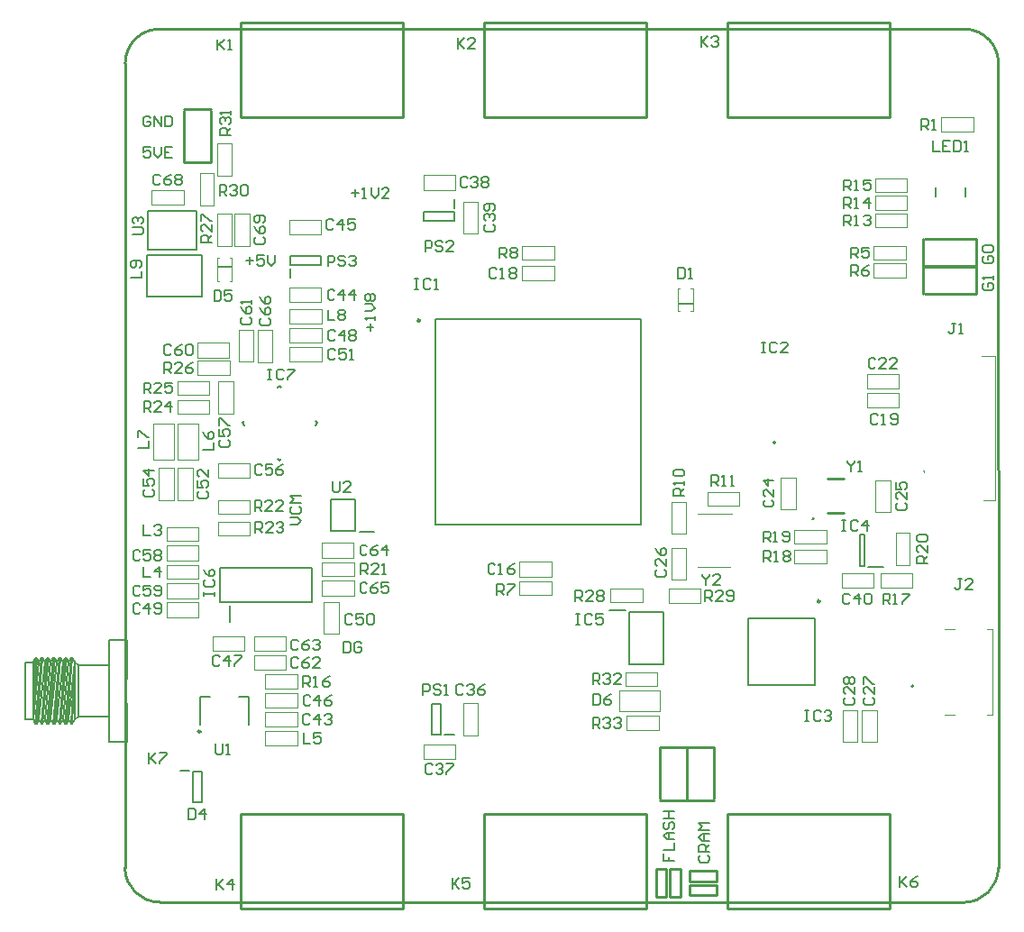
<source format=gto>
G04*
G04 #@! TF.GenerationSoftware,Altium Limited,Altium Designer,20.2.5 (213)*
G04*
G04 Layer_Color=65535*
%FSLAX42Y42*%
%MOMM*%
G71*
G04*
G04 #@! TF.SameCoordinates,314019C8-8427-4676-9664-B8FEBD72C539*
G04*
G04*
G04 #@! TF.FilePolarity,Positive*
G04*
G01*
G75*
%ADD10C,0.25*%
%ADD11C,0.20*%
%ADD12C,0.02*%
%ADD13C,0.25*%
%ADD14C,0.10*%
%ADD15C,0.12*%
%ADD16C,0.15*%
%ADD17C,0.15*%
%ADD18C,0.18*%
%ADD19C,0.16*%
D10*
X5367Y8062D02*
G03*
X5367Y8062I-12J0D01*
G01*
X9125Y5426D02*
G03*
X9125Y5426I-12J0D01*
G01*
X3308Y4201D02*
G03*
X3308Y4201I-12J0D01*
G01*
D11*
X8707Y6915D02*
G03*
X8707Y6915I-10J0D01*
G01*
X10105Y6639D02*
G03*
X10105Y6649I0J5D01*
G01*
D02*
G03*
X10105Y6639I0J-5D01*
G01*
D02*
G03*
X10105Y6649I0J5D01*
G01*
X10004Y4629D02*
G03*
X9983Y4629I-10J0D01*
G01*
D02*
G03*
X10004Y4629I10J0D01*
G01*
X5512Y6147D02*
Y8077D01*
Y6147D02*
X7442D01*
Y8077D01*
X5512D02*
X7442D01*
X9078Y4638D02*
Y5268D01*
X8448Y4638D02*
X9078D01*
X8448D02*
Y5268D01*
X9078D01*
X9505Y5760D02*
X9545D01*
X9505D02*
Y6051D01*
X9545D01*
Y5760D02*
Y6051D01*
X9580Y5746D02*
X9720D01*
X7333Y5325D02*
X7653D01*
Y4835D02*
Y5325D01*
X7333Y4835D02*
X7653D01*
X7333D02*
Y5325D01*
X7146Y5338D02*
X7298D01*
X2451Y4109D02*
Y5061D01*
X2616Y4698D02*
Y5061D01*
X2126Y4851D02*
X2164Y4829D01*
X2105Y4894D02*
X2126Y4856D01*
X2091Y4894D02*
X2105D01*
X2070Y4856D02*
X2091Y4894D01*
X2049D02*
X2070Y4856D01*
X2035Y4894D02*
X2049D01*
X2014Y4856D02*
X2035Y4894D01*
X1993D02*
X2014Y4856D01*
X1979Y4894D02*
X1993D01*
X1958Y4856D02*
X1979Y4894D01*
X1937D02*
X1958Y4856D01*
X1923Y4894D02*
X1937D01*
X1902Y4856D02*
X1923Y4894D01*
X1881D02*
X1902Y4856D01*
X1867Y4894D02*
X1881D01*
X1846Y4856D02*
X1867Y4894D01*
X1825D02*
X1846Y4856D01*
X1811Y4894D02*
X1825D01*
X1790Y4856D02*
X1811Y4894D01*
X1769D02*
X1790Y4856D01*
X1755Y4894D02*
X1769D01*
X1734Y4856D02*
X1755Y4894D01*
X1734Y4318D02*
Y4856D01*
Y4318D02*
X1755Y4275D01*
X1769D01*
X1790Y4313D01*
X1811Y4275D01*
X1825D01*
X1846Y4313D01*
X1867Y4275D01*
X1881D01*
X1902Y4313D01*
X1923Y4275D01*
X1937D01*
X1958Y4313D01*
X1979Y4275D01*
X1993D01*
X2014Y4313D01*
X2035Y4275D01*
X2049D01*
X2070Y4313D01*
X2091Y4275D01*
X2105D01*
X2126Y4313D01*
Y4856D01*
Y4318D02*
X2164Y4339D01*
Y4339D02*
Y4829D01*
X2451D01*
X1663Y4851D02*
X1734D01*
X1663Y4318D02*
Y4851D01*
Y4318D02*
X1734D01*
X2164Y4339D02*
X2451D01*
X2049Y4275D02*
X2105Y4894D01*
X2035Y4275D02*
X2091Y4894D01*
X2014Y4313D02*
X2070Y4856D01*
Y4313D02*
X2126Y4856D01*
X2105Y4275D02*
X2126Y4851D01*
X2091Y4275D02*
X2126Y4856D01*
X1993Y4275D02*
X2049Y4894D01*
X1979Y4275D02*
X2035Y4894D01*
X1958Y4313D02*
X2014Y4856D01*
X1937Y4275D02*
X1993Y4894D01*
X1923Y4275D02*
X1979Y4894D01*
X1902Y4313D02*
X1958Y4856D01*
X1881Y4275D02*
X1937Y4894D01*
X1867Y4275D02*
X1923Y4894D01*
X1846Y4313D02*
X1902Y4856D01*
X1825Y4275D02*
X1881Y4894D01*
X1811Y4275D02*
X1867Y4894D01*
X1790Y4313D02*
X1846Y4856D01*
X1769Y4275D02*
X1825Y4894D01*
X1755Y4275D02*
X1811Y4894D01*
X1734Y4318D02*
X1790Y4856D01*
X1734Y4318D02*
X1769Y4894D01*
X1734Y4318D02*
X1755Y4894D01*
X2451Y5061D02*
X2616D01*
X2451Y4109D02*
X2616D01*
Y4471D01*
X10490Y9226D02*
Y9316D01*
X10211Y9226D02*
Y9316D01*
X5602Y4174D02*
X5687D01*
X5567Y4173D02*
Y4463D01*
X5482D02*
X5567D01*
X5482Y4173D02*
Y4463D01*
Y4173D02*
X5567D01*
X5694Y9120D02*
Y9205D01*
X5405Y9085D02*
X5695D01*
X5405Y9000D02*
Y9085D01*
Y9000D02*
X5695D01*
Y9085D01*
X4147Y8586D02*
Y8671D01*
X4438D01*
Y8586D02*
Y8671D01*
X4147Y8586D02*
X4438D01*
X4149Y8467D02*
Y8551D01*
X3114Y3833D02*
X3199D01*
X3234Y3538D02*
Y3828D01*
Y3538D02*
X3319D01*
Y3828D01*
X3234D02*
X3319D01*
X3579Y5228D02*
Y5380D01*
X3492Y5415D02*
X4357D01*
Y5736D01*
X3492D02*
X4357D01*
X3492Y5415D02*
Y5736D01*
X3666Y4526D02*
X3761D01*
Y4266D02*
Y4526D01*
X3301D02*
X3396D01*
X3301Y4266D02*
Y4526D01*
X4798Y6081D02*
X4938D01*
X4763Y6086D02*
Y6386D01*
X4533D02*
X4763D01*
X4533Y6086D02*
Y6386D01*
Y6086D02*
X4763D01*
D12*
X10269Y9007D02*
G03*
X10269Y9006I0J-1D01*
G01*
D02*
G03*
X10269Y9007I0J1D01*
G01*
D13*
X9063Y6203D02*
G03*
X9063Y6203I-6J0D01*
G01*
X10592Y8572D02*
Y8826D01*
X10096Y8572D02*
Y8826D01*
X10109Y8572D02*
X10592D01*
X10109Y8826D02*
X10592D01*
Y8313D02*
Y8567D01*
X10096Y8313D02*
Y8567D01*
X10109Y8313D02*
X10592D01*
X10109Y8567D02*
X10592D01*
X7620Y4051D02*
X7874D01*
X7620Y3556D02*
X7874D01*
Y3569D02*
Y4051D01*
X7620Y3569D02*
Y4051D01*
X7874D02*
X8128D01*
X7874Y3556D02*
X8128D01*
Y3569D02*
Y4051D01*
X7874Y3569D02*
Y4051D01*
X9196Y6253D02*
X9346D01*
X9196Y6574D02*
X9346D01*
X5207Y2540D02*
Y3429D01*
X3683D02*
X5207D01*
X3683Y2540D02*
Y3429D01*
Y2540D02*
X5207D01*
X5969D02*
X7493D01*
X5969D02*
Y3429D01*
X7493D01*
Y2540D02*
Y3429D01*
X8255Y2540D02*
X9779D01*
X8255D02*
Y3429D01*
X9779D01*
Y2540D02*
Y3429D01*
X3683Y10858D02*
X5207D01*
Y9969D02*
Y10858D01*
X3683Y9969D02*
X5207D01*
X3683D02*
Y10858D01*
X5969D02*
X7493D01*
Y9969D02*
Y10858D01*
X5969Y9969D02*
X7493D01*
X5969D02*
Y10858D01*
X8255D02*
X9779D01*
Y9969D02*
Y10858D01*
X8255Y9969D02*
X9779D01*
X8255D02*
Y10858D01*
X3150Y9550D02*
X3404D01*
X3150Y10046D02*
X3404D01*
X3150Y9550D02*
Y10033D01*
X3404Y9550D02*
Y10033D01*
X7587Y2681D02*
Y2910D01*
X7683D01*
Y2653D02*
Y2910D01*
X7587Y2653D02*
X7683D01*
X7587D02*
Y2681D01*
X7717Y2653D02*
Y2681D01*
Y2653D02*
X7813D01*
Y2910D01*
X7717D02*
X7813D01*
X7717Y2681D02*
Y2910D01*
X7926Y2761D02*
X8157D01*
Y2667D02*
Y2761D01*
X8155Y2664D02*
X8157Y2667D01*
X7898Y2664D02*
X8155D01*
X7898D02*
Y2761D01*
X7926D01*
X7898Y2891D02*
X7926D01*
X7898Y2794D02*
Y2891D01*
Y2794D02*
X8155D01*
X8157Y2797D01*
Y2891D01*
X7926D02*
X8157D01*
X10799Y10444D02*
G03*
X10483Y10801I-316J38D01*
G01*
X10480Y2597D02*
G03*
X10801Y2921I-3J324D01*
G01*
X2597Y2921D02*
G03*
X2921Y2600I324J3D01*
G01*
X2962Y10799D02*
G03*
X2600Y10478I-39J-321D01*
G01*
X2962Y10799D02*
X2962Y10799D01*
X2598Y2921D02*
X2600Y10478D01*
X2921Y2600D02*
X10480Y2597D01*
X2911Y10800D02*
X10483Y10801D01*
X10800Y10444D02*
X10801Y2921D01*
D14*
X7299Y4631D02*
Y4761D01*
Y4631D02*
X7599D01*
Y4761D01*
X7299D02*
X7599D01*
X7310Y4217D02*
Y4347D01*
Y4217D02*
X7610D01*
Y4347D01*
X7310D02*
X7610D01*
X6302Y5658D02*
Y5798D01*
X6602D01*
X6302Y5658D02*
X6602D01*
Y5658D02*
Y5798D01*
X6327Y8439D02*
Y8579D01*
X6627D01*
X6327Y8439D02*
X6627D01*
Y8439D02*
Y8579D01*
X9567Y7245D02*
Y7385D01*
X9867D01*
X9567Y7245D02*
X9867D01*
Y7245D02*
Y7385D01*
X9567Y7423D02*
Y7563D01*
X9867D01*
X9567Y7423D02*
X9867D01*
Y7423D02*
Y7563D01*
X8756Y6288D02*
X8896D01*
X8756D02*
Y6588D01*
X8896Y6288D02*
Y6588D01*
X8756D02*
X8896D01*
X9646Y6263D02*
X9786D01*
X9646D02*
Y6564D01*
X9786Y6263D02*
Y6564D01*
X9646D02*
X9786D01*
X7728Y5628D02*
X7868D01*
X7728D02*
Y5928D01*
X7868Y5628D02*
Y5928D01*
X7728D02*
X7868D01*
X9518Y4104D02*
X9658D01*
X9518D02*
Y4404D01*
X9658Y4104D02*
Y4404D01*
X9518D02*
X9658D01*
X9338Y4104D02*
X9478D01*
X9338D02*
Y4404D01*
X9478Y4104D02*
Y4404D01*
X9338D02*
X9478D01*
X5772Y4168D02*
X5912D01*
X5772D02*
Y4468D01*
X5912Y4168D02*
Y4468D01*
X5772D02*
X5912D01*
X5701Y3943D02*
Y4083D01*
X5401Y3943D02*
X5701D01*
X5401Y4083D02*
X5701D01*
X5401Y3943D02*
Y4083D01*
X5701Y9290D02*
Y9430D01*
X5401Y9290D02*
X5701D01*
X5401Y9430D02*
X5701D01*
X5401Y9290D02*
Y9430D01*
X5772Y8880D02*
X5912D01*
X5772D02*
Y9180D01*
X5912Y8880D02*
Y9180D01*
X5772D02*
X5912D01*
X9632Y5551D02*
Y5691D01*
X9332Y5551D02*
X9632D01*
X9332Y5691D02*
X9632D01*
X9332Y5551D02*
Y5691D01*
X4442Y8235D02*
Y8375D01*
X4142Y8235D02*
X4442D01*
X4142Y8375D02*
X4442D01*
X4142Y8235D02*
Y8375D01*
Y8869D02*
Y9010D01*
Y9010D02*
X4442D01*
X4142Y8869D02*
X4442D01*
Y9010D01*
X10640Y7726D02*
X10772D01*
Y6371D02*
Y7726D01*
X10665Y6371D02*
X10772D01*
X10293Y4360D02*
X10393D01*
X10293Y5160D02*
X10393D01*
X10693Y4360D02*
X10743D01*
Y5160D01*
X10693D02*
X10743D01*
X7981Y5744D02*
X8281D01*
X7981Y6244D02*
X8301D01*
X10264Y9841D02*
X10564D01*
X10264D02*
Y9971D01*
X10564D01*
Y9841D02*
Y9971D01*
X9629Y8764D02*
X9929D01*
Y8635D02*
Y8764D01*
X9629Y8635D02*
X9929D01*
X9629D02*
Y8764D01*
Y8599D02*
X9929D01*
Y8469D02*
Y8599D01*
X9629Y8469D02*
X9929D01*
X9629D02*
Y8599D01*
X6302Y5615D02*
X6602D01*
Y5485D02*
Y5615D01*
X6302Y5485D02*
X6602D01*
X6302D02*
Y5615D01*
X6327Y8764D02*
X6627D01*
Y8635D02*
Y8764D01*
X6327Y8635D02*
X6627D01*
X6327D02*
Y8764D01*
X7733Y6060D02*
Y6360D01*
X7863D01*
Y6060D02*
Y6360D01*
X7733Y6060D02*
X7863D01*
X8067Y6453D02*
X8367D01*
Y6323D02*
Y6453D01*
X8067Y6323D02*
X8367D01*
X8067D02*
Y6453D01*
X9642Y9069D02*
X9942D01*
Y8939D02*
Y9069D01*
X9642Y8939D02*
X9942D01*
X9642D02*
Y9069D01*
X3914Y4248D02*
Y4388D01*
X4214D01*
X3914Y4248D02*
X4214D01*
Y4248D02*
Y4388D01*
X3914Y4426D02*
Y4566D01*
X4214D01*
X3914Y4426D02*
X4214D01*
Y4426D02*
Y4566D01*
X3719Y4959D02*
Y5099D01*
X3419Y4959D02*
X3719D01*
X3419Y5099D02*
X3719D01*
X3419Y4959D02*
Y5099D01*
X4444Y7855D02*
Y7995D01*
X4144Y7855D02*
X4444D01*
X4144Y7995D02*
X4444D01*
X4144Y7855D02*
Y7995D01*
X3287Y5277D02*
Y5417D01*
X2987Y5277D02*
X3287D01*
X2987Y5417D02*
X3287D01*
X2987Y5277D02*
Y5417D01*
X4464Y5121D02*
X4604D01*
X4464D02*
Y5421D01*
X4604Y5121D02*
Y5421D01*
X4464D02*
X4604D01*
X4444Y7677D02*
Y7817D01*
X4144Y7677D02*
X4444D01*
X4144Y7817D02*
X4444D01*
X4144Y7677D02*
Y7817D01*
X9642Y9104D02*
X9942D01*
X9642D02*
Y9234D01*
X9942D01*
Y9104D02*
Y9234D01*
X9642Y9269D02*
X9942D01*
X9642D02*
Y9400D01*
X9942D01*
Y9269D02*
Y9400D01*
X9993Y5555D02*
Y5685D01*
X9693D02*
X9993D01*
X9693Y5555D02*
Y5685D01*
Y5555D02*
X9993D01*
X9187Y5782D02*
Y5912D01*
X8887D02*
X9187D01*
X8887Y5782D02*
Y5912D01*
Y5782D02*
X9187D01*
X9185Y5967D02*
Y6097D01*
X8885D02*
X9185D01*
X8885Y5967D02*
Y6097D01*
Y5967D02*
X9185D01*
X9836Y6066D02*
X9966D01*
X9836Y5766D02*
Y6066D01*
Y5766D02*
X9966D01*
Y6066D01*
X7158Y5546D02*
X7458D01*
Y5416D02*
Y5546D01*
X7158Y5416D02*
X7458D01*
X7158D02*
Y5546D01*
X7706Y5411D02*
X8006D01*
X7706D02*
Y5541D01*
X8006D01*
Y5411D02*
Y5541D01*
X3092Y6378D02*
X3232D01*
X3092D02*
Y6678D01*
X3232Y6378D02*
Y6678D01*
X3092D02*
X3232D01*
X2915Y6378D02*
X3055D01*
X2915D02*
Y6678D01*
X3055Y6378D02*
Y6678D01*
X2915D02*
X3055D01*
X3471Y6585D02*
Y6725D01*
X3771D01*
X3471Y6585D02*
X3771D01*
Y6585D02*
Y6725D01*
X3473Y7489D02*
X3613D01*
Y7189D02*
Y7489D01*
X3473Y7189D02*
Y7489D01*
X3473Y7189D02*
X3613D01*
X3287Y5810D02*
Y5950D01*
X2987Y5810D02*
X3287D01*
X2987Y5950D02*
X3287D01*
X2987Y5810D02*
Y5950D01*
X3287Y5454D02*
Y5594D01*
X2987Y5454D02*
X3287D01*
X2987Y5594D02*
X3287D01*
X2987Y5454D02*
Y5594D01*
X3578Y7715D02*
Y7855D01*
X3278Y7715D02*
X3578D01*
X3278Y7855D02*
X3578D01*
X3278Y7715D02*
Y7855D01*
X3664Y7675D02*
X3804D01*
X3664D02*
Y7975D01*
X3804Y7675D02*
Y7975D01*
X3664D02*
X3804D01*
X3812Y4781D02*
Y4921D01*
X4112D01*
X3812Y4781D02*
X4112D01*
Y4781D02*
Y4921D01*
X3812Y4959D02*
Y5099D01*
X4112D01*
X3812Y4959D02*
X4112D01*
Y4959D02*
Y5099D01*
X3596Y8765D02*
Y9065D01*
X3466Y8765D02*
X3596D01*
X3466D02*
Y9065D01*
X3596D01*
X3431Y9146D02*
Y9446D01*
X3301Y9146D02*
X3431D01*
X3301D02*
Y9446D01*
X3431D01*
X3596Y9426D02*
Y9726D01*
X3466Y9426D02*
X3596D01*
X3466D02*
Y9726D01*
X3596D01*
X4446Y5836D02*
Y5976D01*
X4746D01*
X4446Y5836D02*
X4746D01*
Y5836D02*
Y5976D01*
X4449Y5480D02*
Y5620D01*
X4749D01*
X4449Y5480D02*
X4749D01*
Y5480D02*
Y5620D01*
X3842Y7672D02*
X3982D01*
X3842D02*
Y7972D01*
X3982Y7672D02*
Y7972D01*
X3842D02*
X3982D01*
X2847Y9150D02*
Y9290D01*
X3147D01*
X2847Y9150D02*
X3147D01*
Y9150D02*
Y9290D01*
X3626Y8765D02*
X3766D01*
X3626D02*
Y9065D01*
X3766Y8765D02*
Y9065D01*
X3626D02*
X3766D01*
X2987Y5993D02*
X3287D01*
X2987D02*
Y6123D01*
X3287D01*
Y5993D02*
Y6123D01*
X2987Y5767D02*
X3287D01*
Y5637D02*
Y5767D01*
X2987Y5637D02*
X3287D01*
X2987D02*
Y5767D01*
X3914Y4205D02*
X4214D01*
Y4075D02*
Y4205D01*
X3914Y4075D02*
X4214D01*
X3914D02*
Y4205D01*
X4143Y8168D02*
X4443D01*
Y8038D02*
Y8168D01*
X4143Y8038D02*
X4443D01*
X4143D02*
Y8168D01*
X3914Y4609D02*
X4214D01*
X3914D02*
Y4739D01*
X4214D01*
Y4609D02*
Y4739D01*
X4449Y5793D02*
X4749D01*
Y5663D02*
Y5793D01*
X4449Y5663D02*
X4749D01*
X4449D02*
Y5793D01*
X3471Y6247D02*
X3771D01*
X3471D02*
Y6377D01*
X3771D01*
Y6247D02*
Y6377D01*
X3471Y6044D02*
X3771D01*
X3471D02*
Y6174D01*
X3771D01*
Y6044D02*
Y6174D01*
X3090Y7317D02*
X3390D01*
Y7187D02*
Y7317D01*
X3090Y7187D02*
X3390D01*
X3090D02*
Y7317D01*
X3089Y7494D02*
X3388D01*
Y7364D02*
Y7494D01*
X3089Y7364D02*
X3388D01*
X3089D02*
Y7494D01*
X3280Y7555D02*
X3580D01*
X3280D02*
Y7685D01*
X3580D01*
Y7555D02*
Y7685D01*
D15*
X7620Y4394D02*
Y4587D01*
X7239Y4394D02*
Y4587D01*
Y4394D02*
X7620D01*
X7239Y4587D02*
X7620D01*
X7791Y8367D02*
X7811D01*
X7911Y8149D02*
X7931D01*
X7794Y8219D02*
X7931D01*
X7791Y8229D02*
X7929D01*
X7791Y8149D02*
X7811D01*
X7791D02*
Y8367D01*
X7911D02*
X7931D01*
X7931Y8152D02*
X7931Y8367D01*
X2864Y6753D02*
Y7093D01*
X3054D01*
Y6753D02*
Y7093D01*
X2864Y6753D02*
X3054D01*
X3581Y8431D02*
X3601D01*
X3461Y8649D02*
X3481D01*
X3461Y8579D02*
X3598D01*
X3463Y8569D02*
X3601D01*
X3581Y8649D02*
X3601D01*
Y8431D02*
Y8649D01*
X3461Y8431D02*
X3481D01*
X3461D02*
X3461Y8646D01*
X3093Y6753D02*
Y7093D01*
X3283D01*
Y6753D02*
Y7093D01*
X3093Y6753D02*
X3283D01*
D16*
X2800Y8674D02*
X3320D01*
Y8291D02*
Y8674D01*
X2800Y8291D02*
X3320D01*
X2800D02*
Y8674D01*
D17*
X3699Y7099D02*
X3717Y7081D01*
X4033Y7433D02*
X4051Y7451D01*
X4385Y7117D02*
X4403Y7099D01*
X4051Y6747D02*
X4069Y6765D01*
X3699Y7099D02*
X3717Y7117D01*
X4033Y6765D02*
X4051Y6747D01*
X4385Y7081D02*
X4403Y7099D01*
X4051Y7451D02*
X4069Y7433D01*
D18*
X2815Y8730D02*
Y9088D01*
X3272D01*
Y8734D02*
Y9088D01*
X3268Y8730D02*
X3272Y8734D01*
X2815Y8730D02*
X3268D01*
D19*
X2838Y9967D02*
X2822Y9984D01*
X2789D01*
X2772Y9967D01*
Y9901D01*
X2789Y9884D01*
X2822D01*
X2838Y9901D01*
Y9934D01*
X2805D01*
X2872Y9884D02*
Y9984D01*
X2938Y9884D01*
Y9984D01*
X2971D02*
Y9884D01*
X3021D01*
X3038Y9901D01*
Y9967D01*
X3021Y9984D01*
X2971D01*
X2838Y9692D02*
X2772D01*
Y9642D01*
X2805Y9658D01*
X2822D01*
X2838Y9642D01*
Y9608D01*
X2822Y9592D01*
X2789D01*
X2772Y9608D01*
X2872Y9692D02*
Y9625D01*
X2905Y9592D01*
X2938Y9625D01*
Y9692D01*
X3038D02*
X2971D01*
Y9592D01*
X3038D01*
X2971Y9642D02*
X3005D01*
X3737Y8626D02*
X3804D01*
X3770Y8659D02*
Y8592D01*
X3903Y8676D02*
X3837D01*
Y8626D01*
X3870Y8642D01*
X3887D01*
X3903Y8626D01*
Y8592D01*
X3887Y8576D01*
X3854D01*
X3837Y8592D01*
X3937Y8676D02*
Y8609D01*
X3970Y8576D01*
X4003Y8609D01*
Y8676D01*
X4652Y5043D02*
Y4944D01*
X4701D01*
X4718Y4960D01*
Y5027D01*
X4701Y5043D01*
X4652D01*
X4818Y5027D02*
X4801Y5043D01*
X4768D01*
X4751Y5027D01*
Y4960D01*
X4768Y4944D01*
X4801D01*
X4818Y4960D01*
Y4993D01*
X4785D01*
X4151Y6150D02*
X4218D01*
X4251Y6183D01*
X4218Y6217D01*
X4151D01*
X4168Y6316D02*
X4151Y6300D01*
Y6267D01*
X4168Y6250D01*
X4235D01*
X4251Y6267D01*
Y6300D01*
X4235Y6316D01*
X4251Y6350D02*
X4151D01*
X4185Y6383D01*
X4151Y6416D01*
X4251D01*
X4900Y7966D02*
Y8033D01*
X4867Y7999D02*
X4933D01*
X4950Y8066D02*
Y8099D01*
Y8083D01*
X4850D01*
X4867Y8066D01*
X4850Y8149D02*
X4916D01*
X4950Y8182D01*
X4916Y8216D01*
X4850D01*
X4867Y8249D02*
X4850Y8266D01*
Y8299D01*
X4867Y8315D01*
X4883D01*
X4900Y8299D01*
X4916Y8315D01*
X4933D01*
X4950Y8299D01*
Y8266D01*
X4933Y8249D01*
X4916D01*
X4900Y8266D01*
X4883Y8249D01*
X4867D01*
X4900Y8266D02*
Y8299D01*
X4728Y9261D02*
X4794D01*
X4761Y9294D02*
Y9227D01*
X4827Y9211D02*
X4861D01*
X4844D01*
Y9311D01*
X4827Y9294D01*
X4911Y9311D02*
Y9244D01*
X4944Y9211D01*
X4977Y9244D01*
Y9311D01*
X5077Y9211D02*
X5010D01*
X5077Y9277D01*
Y9294D01*
X5060Y9311D01*
X5027D01*
X5010Y9294D01*
X10670Y8670D02*
X10654Y8654D01*
Y8620D01*
X10670Y8604D01*
X10737D01*
X10754Y8620D01*
Y8654D01*
X10737Y8670D01*
X10704D01*
Y8637D01*
X10670Y8704D02*
X10654Y8720D01*
Y8753D01*
X10670Y8770D01*
X10737D01*
X10754Y8753D01*
Y8720D01*
X10737Y8704D01*
X10670D01*
X10673Y8416D02*
X10656Y8400D01*
Y8366D01*
X10673Y8350D01*
X10740D01*
X10756Y8366D01*
Y8400D01*
X10740Y8416D01*
X10706D01*
Y8383D01*
X10756Y8450D02*
Y8483D01*
Y8466D01*
X10656D01*
X10673Y8450D01*
X7657Y3054D02*
Y2988D01*
X7707D01*
Y3021D01*
Y2988D01*
X7756D01*
X7657Y3088D02*
X7756D01*
Y3154D01*
Y3187D02*
X7690D01*
X7657Y3221D01*
X7690Y3254D01*
X7756D01*
X7707D01*
Y3187D01*
X7673Y3354D02*
X7657Y3337D01*
Y3304D01*
X7673Y3287D01*
X7690D01*
X7707Y3304D01*
Y3337D01*
X7723Y3354D01*
X7740D01*
X7756Y3337D01*
Y3304D01*
X7740Y3287D01*
X7657Y3387D02*
X7756D01*
X7707D01*
Y3453D01*
X7657D01*
X7756D01*
X8003Y3042D02*
X7987Y3025D01*
Y2992D01*
X8003Y2975D01*
X8070D01*
X8087Y2992D01*
Y3025D01*
X8070Y3042D01*
X8087Y3075D02*
X7987D01*
Y3125D01*
X8003Y3141D01*
X8037D01*
X8053Y3125D01*
Y3075D01*
Y3108D02*
X8087Y3141D01*
Y3175D02*
X8020D01*
X7987Y3208D01*
X8020Y3241D01*
X8087D01*
X8037D01*
Y3175D01*
X8087Y3274D02*
X7987D01*
X8020Y3308D01*
X7987Y3341D01*
X8087D01*
X6992Y4235D02*
Y4335D01*
X7042D01*
X7058Y4318D01*
Y4285D01*
X7042Y4268D01*
X6992D01*
X7025D02*
X7058Y4235D01*
X7091Y4318D02*
X7108Y4335D01*
X7141D01*
X7158Y4318D01*
Y4302D01*
X7141Y4285D01*
X7125D01*
X7141D01*
X7158Y4268D01*
Y4252D01*
X7141Y4235D01*
X7108D01*
X7091Y4252D01*
X7191Y4318D02*
X7208Y4335D01*
X7241D01*
X7258Y4318D01*
Y4302D01*
X7241Y4285D01*
X7224D01*
X7241D01*
X7258Y4268D01*
Y4252D01*
X7241Y4235D01*
X7208D01*
X7191Y4252D01*
X6992Y4649D02*
Y4749D01*
X7042D01*
X7058Y4732D01*
Y4699D01*
X7042Y4682D01*
X6992D01*
X7025D02*
X7058Y4649D01*
X7091Y4732D02*
X7108Y4749D01*
X7141D01*
X7158Y4732D01*
Y4716D01*
X7141Y4699D01*
X7125D01*
X7141D01*
X7158Y4682D01*
Y4666D01*
X7141Y4649D01*
X7108D01*
X7091Y4666D01*
X7258Y4649D02*
X7191D01*
X7258Y4716D01*
Y4732D01*
X7241Y4749D01*
X7208D01*
X7191Y4732D01*
X6996Y4551D02*
Y4451D01*
X7046D01*
X7062Y4468D01*
Y4534D01*
X7046Y4551D01*
X6996D01*
X7162D02*
X7129Y4534D01*
X7096Y4501D01*
Y4468D01*
X7112Y4451D01*
X7146D01*
X7162Y4468D01*
Y4484D01*
X7146Y4501D01*
X7096D01*
X4552Y6552D02*
Y6469D01*
X4569Y6453D01*
X4602D01*
X4619Y6469D01*
Y6552D01*
X4719Y6453D02*
X4652D01*
X4719Y6519D01*
Y6536D01*
X4702Y6552D01*
X4669D01*
X4652Y6536D01*
X3451Y4088D02*
Y4005D01*
X3468Y3989D01*
X3501D01*
X3518Y4005D01*
Y4088D01*
X3551Y3989D02*
X3584D01*
X3568D01*
Y4088D01*
X3551Y4072D01*
X2966Y7570D02*
Y7670D01*
X3016D01*
X3032Y7653D01*
Y7620D01*
X3016Y7603D01*
X2966D01*
X2999D02*
X3032Y7570D01*
X3132D02*
X3066D01*
X3132Y7637D01*
Y7653D01*
X3115Y7670D01*
X3082D01*
X3066Y7653D01*
X3232Y7670D02*
X3199Y7653D01*
X3165Y7620D01*
Y7587D01*
X3182Y7570D01*
X3215D01*
X3232Y7587D01*
Y7603D01*
X3215Y7620D01*
X3165D01*
X2775Y7380D02*
Y7479D01*
X2825D01*
X2842Y7463D01*
Y7429D01*
X2825Y7413D01*
X2775D01*
X2809D02*
X2842Y7380D01*
X2942D02*
X2875D01*
X2942Y7446D01*
Y7463D01*
X2925Y7479D01*
X2892D01*
X2875Y7463D01*
X3041Y7479D02*
X2975D01*
Y7429D01*
X3008Y7446D01*
X3025D01*
X3041Y7429D01*
Y7396D01*
X3025Y7380D01*
X2991D01*
X2975Y7396D01*
X2775Y7202D02*
Y7302D01*
X2825D01*
X2842Y7285D01*
Y7252D01*
X2825Y7235D01*
X2775D01*
X2809D02*
X2842Y7202D01*
X2942D02*
X2875D01*
X2942Y7268D01*
Y7285D01*
X2925Y7302D01*
X2892D01*
X2875Y7285D01*
X3025Y7202D02*
Y7302D01*
X2975Y7252D01*
X3041D01*
X3819Y6072D02*
Y6171D01*
X3869D01*
X3886Y6155D01*
Y6121D01*
X3869Y6105D01*
X3819D01*
X3853D02*
X3886Y6072D01*
X3986D02*
X3919D01*
X3986Y6138D01*
Y6155D01*
X3969Y6171D01*
X3936D01*
X3919Y6155D01*
X4019D02*
X4036Y6171D01*
X4069D01*
X4086Y6155D01*
Y6138D01*
X4069Y6121D01*
X4052D01*
X4069D01*
X4086Y6105D01*
Y6088D01*
X4069Y6072D01*
X4036D01*
X4019Y6088D01*
X3817Y6275D02*
Y6374D01*
X3867D01*
X3883Y6358D01*
Y6325D01*
X3867Y6308D01*
X3817D01*
X3850D02*
X3883Y6275D01*
X3983D02*
X3916D01*
X3983Y6341D01*
Y6358D01*
X3966Y6374D01*
X3933D01*
X3916Y6358D01*
X4083Y6275D02*
X4016D01*
X4083Y6341D01*
Y6358D01*
X4066Y6374D01*
X4033D01*
X4016Y6358D01*
X4811Y5678D02*
Y5778D01*
X4861D01*
X4878Y5761D01*
Y5728D01*
X4861Y5711D01*
X4811D01*
X4844D02*
X4878Y5678D01*
X4977D02*
X4911D01*
X4977Y5744D01*
Y5761D01*
X4961Y5778D01*
X4928D01*
X4911Y5761D01*
X5011Y5678D02*
X5044D01*
X5027D01*
Y5778D01*
X5011Y5761D01*
X4269Y4624D02*
Y4723D01*
X4319D01*
X4336Y4707D01*
Y4674D01*
X4319Y4657D01*
X4269D01*
X4303D02*
X4336Y4624D01*
X4369D02*
X4403D01*
X4386D01*
Y4723D01*
X4369Y4707D01*
X4519Y4723D02*
X4486Y4707D01*
X4452Y4674D01*
Y4640D01*
X4469Y4624D01*
X4502D01*
X4519Y4640D01*
Y4657D01*
X4502Y4674D01*
X4452D01*
X4503Y8165D02*
Y8065D01*
X4569D01*
X4603Y8149D02*
X4619Y8165D01*
X4653D01*
X4669Y8149D01*
Y8132D01*
X4653Y8115D01*
X4669Y8099D01*
Y8082D01*
X4653Y8065D01*
X4619D01*
X4603Y8082D01*
Y8099D01*
X4619Y8115D01*
X4603Y8132D01*
Y8149D01*
X4619Y8115D02*
X4653D01*
X4273Y4190D02*
Y4090D01*
X4339D01*
X4439Y4190D02*
X4373D01*
Y4140D01*
X4406Y4157D01*
X4423D01*
X4439Y4140D01*
Y4107D01*
X4423Y4090D01*
X4389D01*
X4373Y4107D01*
X2774Y5752D02*
Y5652D01*
X2841D01*
X2924D02*
Y5752D01*
X2874Y5702D01*
X2941D01*
X2774Y6146D02*
Y6046D01*
X2841D01*
X2874Y6129D02*
X2891Y6146D01*
X2924D01*
X2941Y6129D01*
Y6113D01*
X2924Y6096D01*
X2907D01*
X2924D01*
X2941Y6079D01*
Y6063D01*
X2924Y6046D01*
X2891D01*
X2874Y6063D01*
X2668Y8870D02*
X2751D01*
X2768Y8887D01*
Y8920D01*
X2751Y8937D01*
X2668D01*
X2685Y8970D02*
X2668Y8987D01*
Y9020D01*
X2685Y9037D01*
X2701D01*
X2718Y9020D01*
Y9003D01*
Y9020D01*
X2734Y9037D01*
X2751D01*
X2768Y9020D01*
Y8987D01*
X2751Y8970D01*
X3593Y9802D02*
X3493D01*
Y9852D01*
X3510Y9869D01*
X3543D01*
X3560Y9852D01*
Y9802D01*
Y9836D02*
X3593Y9869D01*
X3510Y9902D02*
X3493Y9919D01*
Y9952D01*
X3510Y9969D01*
X3527D01*
X3543Y9952D01*
Y9935D01*
Y9952D01*
X3560Y9969D01*
X3577D01*
X3593Y9952D01*
Y9919D01*
X3577Y9902D01*
X3593Y10002D02*
Y10035D01*
Y10018D01*
X3493D01*
X3510Y10002D01*
X3486Y9234D02*
Y9334D01*
X3536D01*
X3553Y9317D01*
Y9284D01*
X3536Y9267D01*
X3486D01*
X3520D02*
X3553Y9234D01*
X3586Y9317D02*
X3603Y9334D01*
X3636D01*
X3653Y9317D01*
Y9300D01*
X3636Y9284D01*
X3619D01*
X3636D01*
X3653Y9267D01*
Y9250D01*
X3636Y9234D01*
X3603D01*
X3586Y9250D01*
X3686Y9317D02*
X3703Y9334D01*
X3736D01*
X3753Y9317D01*
Y9250D01*
X3736Y9234D01*
X3703D01*
X3686Y9250D01*
Y9317D01*
X3415Y8795D02*
X3316D01*
Y8845D01*
X3332Y8862D01*
X3365D01*
X3382Y8845D01*
Y8795D01*
Y8828D02*
X3415Y8862D01*
Y8961D02*
Y8895D01*
X3349Y8961D01*
X3332D01*
X3316Y8945D01*
Y8911D01*
X3332Y8895D01*
X3316Y8995D02*
Y9061D01*
X3332D01*
X3399Y8995D01*
X3415D01*
X2655Y8463D02*
X2755D01*
Y8529D01*
X2738Y8562D02*
X2755Y8579D01*
Y8612D01*
X2738Y8629D01*
X2672D01*
X2655Y8612D01*
Y8579D01*
X2672Y8562D01*
X2688D01*
X2705Y8579D01*
Y8629D01*
X2719Y6864D02*
X2818D01*
Y6930D01*
X2719Y6964D02*
Y7030D01*
X2735D01*
X2802Y6964D01*
X2818D01*
X3328Y6852D02*
X3428D01*
Y6919D01*
X3328Y7018D02*
X3345Y6985D01*
X3378Y6952D01*
X3411D01*
X3428Y6969D01*
Y7002D01*
X3411Y7018D01*
X3395D01*
X3378Y7002D01*
Y6952D01*
X3939Y7606D02*
X3973D01*
X3956D01*
Y7507D01*
X3939D01*
X3973D01*
X4089Y7590D02*
X4072Y7606D01*
X4039D01*
X4022Y7590D01*
Y7523D01*
X4039Y7507D01*
X4072D01*
X4089Y7523D01*
X4122Y7606D02*
X4189D01*
Y7590D01*
X4122Y7523D01*
Y7507D01*
X3341Y5476D02*
Y5509D01*
Y5493D01*
X3441D01*
Y5476D01*
Y5509D01*
X3358Y5626D02*
X3341Y5609D01*
Y5576D01*
X3358Y5559D01*
X3424D01*
X3441Y5576D01*
Y5609D01*
X3424Y5626D01*
X3341Y5725D02*
X3358Y5692D01*
X3391Y5659D01*
X3424D01*
X3441Y5676D01*
Y5709D01*
X3424Y5725D01*
X3408D01*
X3391Y5709D01*
Y5659D01*
X3435Y8343D02*
Y8243D01*
X3485D01*
X3501Y8260D01*
Y8326D01*
X3485Y8343D01*
X3435D01*
X3601D02*
X3535D01*
Y8293D01*
X3568Y8310D01*
X3584D01*
X3601Y8293D01*
Y8260D01*
X3584Y8243D01*
X3551D01*
X3535Y8260D01*
X3193Y3479D02*
Y3379D01*
X3243D01*
X3260Y3396D01*
Y3462D01*
X3243Y3479D01*
X3193D01*
X3343Y3379D02*
Y3479D01*
X3293Y3429D01*
X3360D01*
X3828Y8849D02*
X3811Y8832D01*
Y8799D01*
X3828Y8782D01*
X3894D01*
X3911Y8799D01*
Y8832D01*
X3894Y8849D01*
X3811Y8949D02*
X3828Y8915D01*
X3861Y8882D01*
X3894D01*
X3911Y8899D01*
Y8932D01*
X3894Y8949D01*
X3877D01*
X3861Y8932D01*
Y8882D01*
X3894Y8982D02*
X3911Y8999D01*
Y9032D01*
X3894Y9048D01*
X3828D01*
X3811Y9032D01*
Y8999D01*
X3828Y8982D01*
X3844D01*
X3861Y8999D01*
Y9048D01*
X2931Y9419D02*
X2914Y9435D01*
X2881D01*
X2864Y9419D01*
Y9352D01*
X2881Y9335D01*
X2914D01*
X2931Y9352D01*
X3030Y9435D02*
X2997Y9419D01*
X2964Y9385D01*
Y9352D01*
X2981Y9335D01*
X3014D01*
X3030Y9352D01*
Y9369D01*
X3014Y9385D01*
X2964D01*
X3064Y9419D02*
X3080Y9435D01*
X3114D01*
X3130Y9419D01*
Y9402D01*
X3114Y9385D01*
X3130Y9369D01*
Y9352D01*
X3114Y9335D01*
X3080D01*
X3064Y9352D01*
Y9369D01*
X3080Y9385D01*
X3064Y9402D01*
Y9419D01*
X3080Y9385D02*
X3114D01*
X3878Y8087D02*
X3862Y8070D01*
Y8037D01*
X3878Y8020D01*
X3945D01*
X3961Y8037D01*
Y8070D01*
X3945Y8087D01*
X3862Y8187D02*
X3878Y8153D01*
X3912Y8120D01*
X3945D01*
X3961Y8137D01*
Y8170D01*
X3945Y8187D01*
X3928D01*
X3912Y8170D01*
Y8120D01*
X3862Y8286D02*
X3878Y8253D01*
X3912Y8220D01*
X3945D01*
X3961Y8237D01*
Y8270D01*
X3945Y8286D01*
X3928D01*
X3912Y8270D01*
Y8220D01*
X4874Y5583D02*
X4857Y5600D01*
X4824D01*
X4807Y5583D01*
Y5517D01*
X4824Y5500D01*
X4857D01*
X4874Y5517D01*
X4974Y5600D02*
X4940Y5583D01*
X4907Y5550D01*
Y5517D01*
X4924Y5500D01*
X4957D01*
X4974Y5517D01*
Y5533D01*
X4957Y5550D01*
X4907D01*
X5073Y5600D02*
X5007D01*
Y5550D01*
X5040Y5567D01*
X5057D01*
X5073Y5550D01*
Y5517D01*
X5057Y5500D01*
X5023D01*
X5007Y5517D01*
X4874Y5939D02*
X4857Y5955D01*
X4824D01*
X4807Y5939D01*
Y5872D01*
X4824Y5856D01*
X4857D01*
X4874Y5872D01*
X4974Y5955D02*
X4940Y5939D01*
X4907Y5906D01*
Y5872D01*
X4924Y5856D01*
X4957D01*
X4974Y5872D01*
Y5889D01*
X4957Y5906D01*
X4907D01*
X5057Y5856D02*
Y5955D01*
X5007Y5906D01*
X5073D01*
X4226Y5050D02*
X4209Y5066D01*
X4176D01*
X4160Y5050D01*
Y4983D01*
X4176Y4967D01*
X4209D01*
X4226Y4983D01*
X4326Y5066D02*
X4293Y5050D01*
X4259Y5017D01*
Y4983D01*
X4276Y4967D01*
X4309D01*
X4326Y4983D01*
Y5000D01*
X4309Y5017D01*
X4259D01*
X4359Y5050D02*
X4376Y5066D01*
X4409D01*
X4426Y5050D01*
Y5033D01*
X4409Y5017D01*
X4392D01*
X4409D01*
X4426Y5000D01*
Y4983D01*
X4409Y4967D01*
X4376D01*
X4359Y4983D01*
X4226Y4885D02*
X4209Y4901D01*
X4176D01*
X4160Y4885D01*
Y4818D01*
X4176Y4802D01*
X4209D01*
X4226Y4818D01*
X4326Y4901D02*
X4293Y4885D01*
X4259Y4851D01*
Y4818D01*
X4276Y4802D01*
X4309D01*
X4326Y4818D01*
Y4835D01*
X4309Y4851D01*
X4259D01*
X4426Y4802D02*
X4359D01*
X4426Y4868D01*
Y4885D01*
X4409Y4901D01*
X4376D01*
X4359Y4885D01*
X3701Y8091D02*
X3684Y8074D01*
Y8041D01*
X3701Y8024D01*
X3767D01*
X3784Y8041D01*
Y8074D01*
X3767Y8091D01*
X3684Y8191D02*
X3701Y8157D01*
X3734Y8124D01*
X3767D01*
X3784Y8141D01*
Y8174D01*
X3767Y8191D01*
X3750D01*
X3734Y8174D01*
Y8124D01*
X3784Y8224D02*
Y8257D01*
Y8240D01*
X3684D01*
X3701Y8224D01*
X3032Y7818D02*
X3016Y7835D01*
X2982D01*
X2966Y7818D01*
Y7752D01*
X2982Y7735D01*
X3016D01*
X3032Y7752D01*
X3132Y7835D02*
X3099Y7818D01*
X3066Y7785D01*
Y7752D01*
X3082Y7735D01*
X3115D01*
X3132Y7752D01*
Y7768D01*
X3115Y7785D01*
X3066D01*
X3165Y7818D02*
X3182Y7835D01*
X3215D01*
X3232Y7818D01*
Y7752D01*
X3215Y7735D01*
X3182D01*
X3165Y7752D01*
Y7818D01*
X2740Y5558D02*
X2724Y5574D01*
X2690D01*
X2674Y5558D01*
Y5491D01*
X2690Y5475D01*
X2724D01*
X2740Y5491D01*
X2840Y5574D02*
X2773D01*
Y5524D01*
X2807Y5541D01*
X2823D01*
X2840Y5524D01*
Y5491D01*
X2823Y5475D01*
X2790D01*
X2773Y5491D01*
X2873D02*
X2890Y5475D01*
X2923D01*
X2940Y5491D01*
Y5558D01*
X2923Y5574D01*
X2890D01*
X2873Y5558D01*
Y5541D01*
X2890Y5524D01*
X2940D01*
X2740Y5888D02*
X2724Y5905D01*
X2690D01*
X2674Y5888D01*
Y5821D01*
X2690Y5805D01*
X2724D01*
X2740Y5821D01*
X2840Y5905D02*
X2773D01*
Y5855D01*
X2807Y5871D01*
X2823D01*
X2840Y5855D01*
Y5821D01*
X2823Y5805D01*
X2790D01*
X2773Y5821D01*
X2873Y5888D02*
X2890Y5905D01*
X2923D01*
X2940Y5888D01*
Y5871D01*
X2923Y5855D01*
X2940Y5838D01*
Y5821D01*
X2923Y5805D01*
X2890D01*
X2873Y5821D01*
Y5838D01*
X2890Y5855D01*
X2873Y5871D01*
Y5888D01*
X2890Y5855D02*
X2923D01*
X3497Y6944D02*
X3481Y6927D01*
Y6894D01*
X3497Y6877D01*
X3564D01*
X3580Y6894D01*
Y6927D01*
X3564Y6944D01*
X3481Y7044D02*
Y6977D01*
X3531D01*
X3514Y7010D01*
Y7027D01*
X3531Y7044D01*
X3564D01*
X3580Y7027D01*
Y6994D01*
X3564Y6977D01*
X3481Y7077D02*
Y7143D01*
X3497D01*
X3564Y7077D01*
X3580D01*
X3885Y6692D02*
X3868Y6709D01*
X3835D01*
X3818Y6692D01*
Y6626D01*
X3835Y6609D01*
X3868D01*
X3885Y6626D01*
X3984Y6709D02*
X3918D01*
Y6659D01*
X3951Y6676D01*
X3968D01*
X3984Y6659D01*
Y6626D01*
X3968Y6609D01*
X3934D01*
X3918Y6626D01*
X4084Y6709D02*
X4051Y6692D01*
X4018Y6659D01*
Y6626D01*
X4034Y6609D01*
X4068D01*
X4084Y6626D01*
Y6643D01*
X4068Y6659D01*
X4018D01*
X2786Y6474D02*
X2770Y6457D01*
Y6424D01*
X2786Y6407D01*
X2853D01*
X2869Y6424D01*
Y6457D01*
X2853Y6474D01*
X2770Y6574D02*
Y6507D01*
X2819D01*
X2803Y6540D01*
Y6557D01*
X2819Y6574D01*
X2853D01*
X2869Y6557D01*
Y6524D01*
X2853Y6507D01*
X2869Y6657D02*
X2770D01*
X2819Y6607D01*
Y6674D01*
X3294Y6461D02*
X3278Y6445D01*
Y6411D01*
X3294Y6395D01*
X3361D01*
X3377Y6411D01*
Y6445D01*
X3361Y6461D01*
X3278Y6561D02*
Y6495D01*
X3327D01*
X3311Y6528D01*
Y6544D01*
X3327Y6561D01*
X3361D01*
X3377Y6544D01*
Y6511D01*
X3361Y6495D01*
X3377Y6661D02*
Y6594D01*
X3311Y6661D01*
X3294D01*
X3278Y6644D01*
Y6611D01*
X3294Y6594D01*
X4573Y7780D02*
X4556Y7797D01*
X4523D01*
X4506Y7780D01*
Y7714D01*
X4523Y7697D01*
X4556D01*
X4573Y7714D01*
X4673Y7797D02*
X4606D01*
Y7747D01*
X4639Y7764D01*
X4656D01*
X4673Y7747D01*
Y7714D01*
X4656Y7697D01*
X4623D01*
X4606Y7714D01*
X4706Y7697D02*
X4739D01*
X4723D01*
Y7797D01*
X4706Y7780D01*
X4734Y5291D02*
X4717Y5308D01*
X4684D01*
X4668Y5291D01*
Y5225D01*
X4684Y5208D01*
X4717D01*
X4734Y5225D01*
X4834Y5308D02*
X4767D01*
Y5258D01*
X4801Y5274D01*
X4817D01*
X4834Y5258D01*
Y5225D01*
X4817Y5208D01*
X4784D01*
X4767Y5225D01*
X4867Y5291D02*
X4884Y5308D01*
X4917D01*
X4934Y5291D01*
Y5225D01*
X4917Y5208D01*
X4884D01*
X4867Y5225D01*
Y5291D01*
X2740Y5393D02*
X2724Y5409D01*
X2690D01*
X2674Y5393D01*
Y5326D01*
X2690Y5310D01*
X2724D01*
X2740Y5326D01*
X2823Y5310D02*
Y5409D01*
X2773Y5359D01*
X2840D01*
X2873Y5326D02*
X2890Y5310D01*
X2923D01*
X2940Y5326D01*
Y5393D01*
X2923Y5409D01*
X2890D01*
X2873Y5393D01*
Y5376D01*
X2890Y5359D01*
X2940D01*
X4570Y7958D02*
X4554Y7975D01*
X4520D01*
X4504Y7958D01*
Y7892D01*
X4520Y7875D01*
X4554D01*
X4570Y7892D01*
X4654Y7875D02*
Y7975D01*
X4604Y7925D01*
X4670D01*
X4703Y7958D02*
X4720Y7975D01*
X4753D01*
X4770Y7958D01*
Y7941D01*
X4753Y7925D01*
X4770Y7908D01*
Y7892D01*
X4753Y7875D01*
X4720D01*
X4703Y7892D01*
Y7908D01*
X4720Y7925D01*
X4703Y7941D01*
Y7958D01*
X4720Y7925D02*
X4753D01*
X3489Y4897D02*
X3473Y4914D01*
X3440D01*
X3423Y4897D01*
Y4831D01*
X3440Y4814D01*
X3473D01*
X3489Y4831D01*
X3573Y4814D02*
Y4914D01*
X3523Y4864D01*
X3589D01*
X3623Y4914D02*
X3689D01*
Y4897D01*
X3623Y4831D01*
Y4814D01*
X4340Y4529D02*
X4324Y4546D01*
X4290D01*
X4274Y4529D01*
Y4463D01*
X4290Y4446D01*
X4324D01*
X4340Y4463D01*
X4424Y4446D02*
Y4546D01*
X4374Y4496D01*
X4440D01*
X4540Y4546D02*
X4507Y4529D01*
X4473Y4496D01*
Y4463D01*
X4490Y4446D01*
X4523D01*
X4540Y4463D01*
Y4479D01*
X4523Y4496D01*
X4473D01*
X4339Y4351D02*
X4322Y4368D01*
X4289D01*
X4272Y4351D01*
Y4285D01*
X4289Y4268D01*
X4322D01*
X4339Y4285D01*
X4422Y4268D02*
Y4368D01*
X4372Y4318D01*
X4439D01*
X4472Y4351D02*
X4489Y4368D01*
X4522D01*
X4539Y4351D01*
Y4335D01*
X4522Y4318D01*
X4505D01*
X4522D01*
X4539Y4301D01*
Y4285D01*
X4522Y4268D01*
X4489D01*
X4472Y4285D01*
X9876Y2841D02*
Y2742D01*
Y2775D01*
X9943Y2841D01*
X9893Y2791D01*
X9943Y2742D01*
X10042Y2841D02*
X10009Y2825D01*
X9976Y2791D01*
Y2758D01*
X9993Y2742D01*
X10026D01*
X10042Y2758D01*
Y2775D01*
X10026Y2791D01*
X9976D01*
X5670Y2826D02*
Y2726D01*
Y2760D01*
X5736Y2826D01*
X5687Y2776D01*
X5736Y2726D01*
X5836Y2826D02*
X5770D01*
Y2776D01*
X5803Y2793D01*
X5820D01*
X5836Y2776D01*
Y2743D01*
X5820Y2726D01*
X5786D01*
X5770Y2743D01*
X3460Y2818D02*
Y2719D01*
Y2752D01*
X3527Y2818D01*
X3477Y2769D01*
X3527Y2719D01*
X3610D02*
Y2818D01*
X3560Y2769D01*
X3626D01*
X8007Y10731D02*
Y10631D01*
Y10664D01*
X8073Y10731D01*
X8023Y10681D01*
X8073Y10631D01*
X8107Y10714D02*
X8123Y10731D01*
X8156D01*
X8173Y10714D01*
Y10697D01*
X8156Y10681D01*
X8140D01*
X8156D01*
X8173Y10664D01*
Y10647D01*
X8156Y10631D01*
X8123D01*
X8107Y10647D01*
X5721Y10718D02*
Y10618D01*
Y10651D01*
X5787Y10718D01*
X5737Y10668D01*
X5787Y10618D01*
X5887D02*
X5821D01*
X5887Y10685D01*
Y10701D01*
X5870Y10718D01*
X5837D01*
X5821Y10701D01*
X3464Y10705D02*
Y10605D01*
Y10639D01*
X3531Y10705D01*
X3481Y10655D01*
X3531Y10605D01*
X3564D02*
X3597D01*
X3580D01*
Y10705D01*
X3564Y10689D01*
X8046Y5424D02*
Y5524D01*
X8096D01*
X8112Y5507D01*
Y5474D01*
X8096Y5457D01*
X8046D01*
X8079D02*
X8112Y5424D01*
X8212D02*
X8146D01*
X8212Y5490D01*
Y5507D01*
X8195Y5524D01*
X8162D01*
X8146Y5507D01*
X8245Y5440D02*
X8262Y5424D01*
X8295D01*
X8312Y5440D01*
Y5507D01*
X8295Y5524D01*
X8262D01*
X8245Y5507D01*
Y5490D01*
X8262Y5474D01*
X8312D01*
X6827Y5424D02*
Y5524D01*
X6876D01*
X6893Y5507D01*
Y5474D01*
X6876Y5457D01*
X6827D01*
X6860D02*
X6893Y5424D01*
X6993D02*
X6926D01*
X6993Y5490D01*
Y5507D01*
X6976Y5524D01*
X6943D01*
X6926Y5507D01*
X7026D02*
X7043Y5524D01*
X7076D01*
X7093Y5507D01*
Y5490D01*
X7076Y5474D01*
X7093Y5457D01*
Y5440D01*
X7076Y5424D01*
X7043D01*
X7026Y5440D01*
Y5457D01*
X7043Y5474D01*
X7026Y5490D01*
Y5507D01*
X7043Y5474D02*
X7076D01*
X10134Y5785D02*
X10034D01*
Y5835D01*
X10051Y5852D01*
X10084D01*
X10100Y5835D01*
Y5785D01*
Y5818D02*
X10134Y5852D01*
Y5951D02*
Y5885D01*
X10067Y5951D01*
X10051D01*
X10034Y5935D01*
Y5902D01*
X10051Y5885D01*
Y5985D02*
X10034Y6001D01*
Y6035D01*
X10051Y6051D01*
X10117D01*
X10134Y6035D01*
Y6001D01*
X10117Y5985D01*
X10051D01*
X8593Y5983D02*
Y6082D01*
X8642D01*
X8659Y6066D01*
Y6033D01*
X8642Y6016D01*
X8593D01*
X8626D02*
X8659Y5983D01*
X8692D02*
X8726D01*
X8709D01*
Y6082D01*
X8692Y6066D01*
X8775Y5999D02*
X8792Y5983D01*
X8825D01*
X8842Y5999D01*
Y6066D01*
X8825Y6082D01*
X8792D01*
X8775Y6066D01*
Y6049D01*
X8792Y6033D01*
X8842D01*
X8595Y5797D02*
Y5897D01*
X8645D01*
X8662Y5880D01*
Y5847D01*
X8645Y5830D01*
X8595D01*
X8628D02*
X8662Y5797D01*
X8695D02*
X8728D01*
X8712D01*
Y5897D01*
X8695Y5880D01*
X8778D02*
X8795Y5897D01*
X8828D01*
X8845Y5880D01*
Y5864D01*
X8828Y5847D01*
X8845Y5830D01*
Y5814D01*
X8828Y5797D01*
X8795D01*
X8778Y5814D01*
Y5830D01*
X8795Y5847D01*
X8778Y5864D01*
Y5880D01*
X8795Y5847D02*
X8828D01*
X9718Y5398D02*
Y5498D01*
X9768D01*
X9784Y5482D01*
Y5448D01*
X9768Y5432D01*
X9718D01*
X9751D02*
X9784Y5398D01*
X9818D02*
X9851D01*
X9834D01*
Y5498D01*
X9818Y5482D01*
X9901Y5498D02*
X9967D01*
Y5482D01*
X9901Y5415D01*
Y5398D01*
X9349Y9285D02*
Y9384D01*
X9399D01*
X9416Y9368D01*
Y9335D01*
X9399Y9318D01*
X9349D01*
X9383D02*
X9416Y9285D01*
X9449D02*
X9483D01*
X9466D01*
Y9384D01*
X9449Y9368D01*
X9599Y9384D02*
X9532D01*
Y9335D01*
X9566Y9351D01*
X9582D01*
X9599Y9335D01*
Y9301D01*
X9582Y9285D01*
X9549D01*
X9532Y9301D01*
X9349Y9120D02*
Y9219D01*
X9399D01*
X9416Y9203D01*
Y9169D01*
X9399Y9153D01*
X9349D01*
X9383D02*
X9416Y9120D01*
X9449D02*
X9483D01*
X9466D01*
Y9219D01*
X9449Y9203D01*
X9582Y9120D02*
Y9219D01*
X9532Y9169D01*
X9599D01*
X9349Y8954D02*
Y9054D01*
X9399D01*
X9416Y9038D01*
Y9004D01*
X9399Y8988D01*
X9349D01*
X9383D02*
X9416Y8954D01*
X9449D02*
X9483D01*
X9466D01*
Y9054D01*
X9449Y9038D01*
X9532D02*
X9549Y9054D01*
X9582D01*
X9599Y9038D01*
Y9021D01*
X9582Y9004D01*
X9566D01*
X9582D01*
X9599Y8988D01*
Y8971D01*
X9582Y8954D01*
X9549D01*
X9532Y8971D01*
X8104Y6511D02*
Y6611D01*
X8154D01*
X8170Y6594D01*
Y6561D01*
X8154Y6544D01*
X8104D01*
X8137D02*
X8170Y6511D01*
X8204D02*
X8237D01*
X8220D01*
Y6611D01*
X8204Y6594D01*
X8287Y6511D02*
X8320D01*
X8303D01*
Y6611D01*
X8287Y6594D01*
X7848Y6416D02*
X7748D01*
Y6466D01*
X7765Y6482D01*
X7798D01*
X7814Y6466D01*
Y6416D01*
Y6449D02*
X7848Y6482D01*
Y6516D02*
Y6549D01*
Y6532D01*
X7748D01*
X7765Y6516D01*
Y6599D02*
X7748Y6615D01*
Y6649D01*
X7765Y6665D01*
X7831D01*
X7848Y6649D01*
Y6615D01*
X7831Y6599D01*
X7765D01*
X6114Y8650D02*
Y8749D01*
X6164D01*
X6181Y8733D01*
Y8700D01*
X6164Y8683D01*
X6114D01*
X6148D02*
X6181Y8650D01*
X6214Y8733D02*
X6231Y8749D01*
X6264D01*
X6281Y8733D01*
Y8716D01*
X6264Y8700D01*
X6281Y8683D01*
Y8666D01*
X6264Y8650D01*
X6231D01*
X6214Y8666D01*
Y8683D01*
X6231Y8700D01*
X6214Y8716D01*
Y8733D01*
X6231Y8700D02*
X6264D01*
X6089Y5487D02*
Y5587D01*
X6139D01*
X6156Y5570D01*
Y5537D01*
X6139Y5521D01*
X6089D01*
X6122D02*
X6156Y5487D01*
X6189Y5587D02*
X6255D01*
Y5570D01*
X6189Y5504D01*
Y5487D01*
X9416Y8485D02*
Y8584D01*
X9466D01*
X9483Y8568D01*
Y8534D01*
X9466Y8518D01*
X9416D01*
X9450D02*
X9483Y8485D01*
X9583Y8584D02*
X9549Y8568D01*
X9516Y8534D01*
Y8501D01*
X9533Y8485D01*
X9566D01*
X9583Y8501D01*
Y8518D01*
X9566Y8534D01*
X9516D01*
X9416Y8650D02*
Y8749D01*
X9466D01*
X9483Y8733D01*
Y8700D01*
X9466Y8683D01*
X9416D01*
X9450D02*
X9483Y8650D01*
X9583Y8749D02*
X9516D01*
Y8700D01*
X9549Y8716D01*
X9566D01*
X9583Y8700D01*
Y8666D01*
X9566Y8650D01*
X9533D01*
X9516Y8666D01*
X10081Y9856D02*
Y9956D01*
X10131D01*
X10147Y9939D01*
Y9906D01*
X10131Y9889D01*
X10081D01*
X10114D02*
X10147Y9856D01*
X10181D02*
X10214D01*
X10197D01*
Y9956D01*
X10181Y9939D01*
X8022Y5679D02*
Y5662D01*
X8055Y5629D01*
X8089Y5662D01*
Y5679D01*
X8055Y5629D02*
Y5579D01*
X8188D02*
X8122D01*
X8188Y5645D01*
Y5662D01*
X8172Y5679D01*
X8138D01*
X8122Y5662D01*
X9382Y6743D02*
Y6726D01*
X9416Y6693D01*
X9449Y6726D01*
Y6743D01*
X9416Y6693D02*
Y6643D01*
X9482D02*
X9515D01*
X9499D01*
Y6743D01*
X9482Y6726D01*
X4502Y8573D02*
Y8673D01*
X4552D01*
X4569Y8657D01*
Y8623D01*
X4552Y8607D01*
X4502D01*
X4669Y8657D02*
X4652Y8673D01*
X4619D01*
X4602Y8657D01*
Y8640D01*
X4619Y8623D01*
X4652D01*
X4669Y8607D01*
Y8590D01*
X4652Y8573D01*
X4619D01*
X4602Y8590D01*
X4702Y8657D02*
X4719Y8673D01*
X4752D01*
X4769Y8657D01*
Y8640D01*
X4752Y8623D01*
X4735D01*
X4752D01*
X4769Y8607D01*
Y8590D01*
X4752Y8573D01*
X4719D01*
X4702Y8590D01*
X5417Y8713D02*
Y8813D01*
X5467D01*
X5483Y8796D01*
Y8763D01*
X5467Y8746D01*
X5417D01*
X5583Y8796D02*
X5567Y8813D01*
X5533D01*
X5517Y8796D01*
Y8780D01*
X5533Y8763D01*
X5567D01*
X5583Y8746D01*
Y8730D01*
X5567Y8713D01*
X5533D01*
X5517Y8730D01*
X5683Y8713D02*
X5616D01*
X5683Y8780D01*
Y8796D01*
X5666Y8813D01*
X5633D01*
X5616Y8796D01*
X5395Y4548D02*
Y4647D01*
X5445D01*
X5462Y4631D01*
Y4597D01*
X5445Y4581D01*
X5395D01*
X5562Y4631D02*
X5545Y4647D01*
X5512D01*
X5495Y4631D01*
Y4614D01*
X5512Y4597D01*
X5545D01*
X5562Y4581D01*
Y4564D01*
X5545Y4548D01*
X5512D01*
X5495Y4564D01*
X5595Y4548D02*
X5628D01*
X5612D01*
Y4647D01*
X5595Y4631D01*
X10184Y9753D02*
Y9653D01*
X10251D01*
X10350Y9753D02*
X10284D01*
Y9653D01*
X10350D01*
X10284Y9703D02*
X10317D01*
X10384Y9753D02*
Y9653D01*
X10434D01*
X10450Y9670D01*
Y9736D01*
X10434Y9753D01*
X10384D01*
X10484Y9653D02*
X10517D01*
X10500D01*
Y9753D01*
X10484Y9736D01*
X2825Y4000D02*
Y3900D01*
Y3933D01*
X2892Y4000D01*
X2842Y3950D01*
X2892Y3900D01*
X2925Y4000D02*
X2991D01*
Y3983D01*
X2925Y3916D01*
Y3900D01*
X10461Y5638D02*
X10428D01*
X10444D01*
Y5555D01*
X10428Y5538D01*
X10411D01*
X10394Y5555D01*
X10561Y5538D02*
X10494D01*
X10561Y5605D01*
Y5621D01*
X10544Y5638D01*
X10511D01*
X10494Y5621D01*
X10401Y8038D02*
X10368D01*
X10385D01*
Y7955D01*
X10368Y7938D01*
X10351D01*
X10335Y7955D01*
X10435Y7938D02*
X10468D01*
X10451D01*
Y8038D01*
X10435Y8022D01*
X6835Y5308D02*
X6868D01*
X6851D01*
Y5208D01*
X6835D01*
X6868D01*
X6985Y5291D02*
X6968Y5308D01*
X6935D01*
X6918Y5291D01*
Y5225D01*
X6935Y5208D01*
X6968D01*
X6985Y5225D01*
X7084Y5308D02*
X7018D01*
Y5258D01*
X7051Y5274D01*
X7068D01*
X7084Y5258D01*
Y5225D01*
X7068Y5208D01*
X7034D01*
X7018Y5225D01*
X9334Y6189D02*
X9367D01*
X9351D01*
Y6089D01*
X9334D01*
X9367D01*
X9484Y6172D02*
X9467Y6189D01*
X9434D01*
X9417Y6172D01*
Y6106D01*
X9434Y6089D01*
X9467D01*
X9484Y6106D01*
X9567Y6089D02*
Y6189D01*
X9517Y6139D01*
X9584D01*
X8984Y4401D02*
X9017D01*
X9000D01*
Y4301D01*
X8984D01*
X9017D01*
X9133Y4384D02*
X9117Y4401D01*
X9083D01*
X9067Y4384D01*
Y4318D01*
X9083Y4301D01*
X9117D01*
X9133Y4318D01*
X9167Y4384D02*
X9183Y4401D01*
X9217D01*
X9233Y4384D01*
Y4368D01*
X9217Y4351D01*
X9200D01*
X9217D01*
X9233Y4334D01*
Y4318D01*
X9217Y4301D01*
X9183D01*
X9167Y4318D01*
X8575Y7860D02*
X8608D01*
X8591D01*
Y7761D01*
X8575D01*
X8608D01*
X8724Y7844D02*
X8708Y7860D01*
X8675D01*
X8658Y7844D01*
Y7777D01*
X8675Y7761D01*
X8708D01*
X8724Y7777D01*
X8824Y7761D02*
X8758D01*
X8824Y7827D01*
Y7844D01*
X8808Y7860D01*
X8774D01*
X8758Y7844D01*
X5319Y8454D02*
X5352D01*
X5335D01*
Y8354D01*
X5319D01*
X5352D01*
X5468Y8437D02*
X5452Y8454D01*
X5419D01*
X5402Y8437D01*
Y8371D01*
X5419Y8354D01*
X5452D01*
X5468Y8371D01*
X5502Y8354D02*
X5535D01*
X5518D01*
Y8454D01*
X5502Y8437D01*
X7795Y8559D02*
Y8459D01*
X7845D01*
X7861Y8476D01*
Y8542D01*
X7845Y8559D01*
X7795D01*
X7895Y8459D02*
X7928D01*
X7911D01*
Y8559D01*
X7895Y8542D01*
X4556Y8999D02*
X4540Y9016D01*
X4506D01*
X4490Y8999D01*
Y8933D01*
X4506Y8916D01*
X4540D01*
X4556Y8933D01*
X4639Y8916D02*
Y9016D01*
X4590Y8966D01*
X4656D01*
X4756Y9016D02*
X4689D01*
Y8966D01*
X4723Y8983D01*
X4739D01*
X4756Y8966D01*
Y8933D01*
X4739Y8916D01*
X4706D01*
X4689Y8933D01*
X4569Y8339D02*
X4552Y8356D01*
X4519D01*
X4502Y8339D01*
Y8273D01*
X4519Y8256D01*
X4552D01*
X4569Y8273D01*
X4652Y8256D02*
Y8356D01*
X4602Y8306D01*
X4669D01*
X4752Y8256D02*
Y8356D01*
X4702Y8306D01*
X4769D01*
X9408Y5482D02*
X9391Y5498D01*
X9358D01*
X9341Y5482D01*
Y5415D01*
X9358Y5398D01*
X9391D01*
X9408Y5415D01*
X9491Y5398D02*
Y5498D01*
X9441Y5448D01*
X9507D01*
X9541Y5482D02*
X9557Y5498D01*
X9591D01*
X9607Y5482D01*
Y5415D01*
X9591Y5398D01*
X9557D01*
X9541Y5415D01*
Y5482D01*
X5987Y8963D02*
X5970Y8947D01*
Y8913D01*
X5987Y8897D01*
X6053D01*
X6070Y8913D01*
Y8947D01*
X6053Y8963D01*
X5987Y8996D02*
X5970Y9013D01*
Y9046D01*
X5987Y9063D01*
X6003D01*
X6020Y9046D01*
Y9030D01*
Y9046D01*
X6036Y9063D01*
X6053D01*
X6070Y9046D01*
Y9013D01*
X6053Y8996D01*
Y9096D02*
X6070Y9113D01*
Y9146D01*
X6053Y9163D01*
X5987D01*
X5970Y9146D01*
Y9113D01*
X5987Y9096D01*
X6003D01*
X6020Y9113D01*
Y9163D01*
X5814Y9393D02*
X5797Y9410D01*
X5764D01*
X5747Y9393D01*
Y9327D01*
X5764Y9310D01*
X5797D01*
X5814Y9327D01*
X5847Y9393D02*
X5863Y9410D01*
X5897D01*
X5913Y9393D01*
Y9377D01*
X5897Y9360D01*
X5880D01*
X5897D01*
X5913Y9343D01*
Y9327D01*
X5897Y9310D01*
X5863D01*
X5847Y9327D01*
X5947Y9393D02*
X5963Y9410D01*
X5997D01*
X6013Y9393D01*
Y9377D01*
X5997Y9360D01*
X6013Y9343D01*
Y9327D01*
X5997Y9310D01*
X5963D01*
X5947Y9327D01*
Y9343D01*
X5963Y9360D01*
X5947Y9377D01*
Y9393D01*
X5963Y9360D02*
X5997D01*
X5485Y3881D02*
X5468Y3898D01*
X5435D01*
X5418Y3881D01*
Y3815D01*
X5435Y3798D01*
X5468D01*
X5485Y3815D01*
X5518Y3881D02*
X5535Y3898D01*
X5568D01*
X5585Y3881D01*
Y3865D01*
X5568Y3848D01*
X5551D01*
X5568D01*
X5585Y3831D01*
Y3815D01*
X5568Y3798D01*
X5535D01*
X5518Y3815D01*
X5618Y3898D02*
X5684D01*
Y3881D01*
X5618Y3815D01*
Y3798D01*
X5775Y4631D02*
X5759Y4647D01*
X5726D01*
X5709Y4631D01*
Y4564D01*
X5726Y4548D01*
X5759D01*
X5775Y4564D01*
X5809Y4631D02*
X5825Y4647D01*
X5859D01*
X5875Y4631D01*
Y4614D01*
X5859Y4597D01*
X5842D01*
X5859D01*
X5875Y4581D01*
Y4564D01*
X5859Y4548D01*
X5825D01*
X5809Y4564D01*
X5975Y4647D02*
X5942Y4631D01*
X5909Y4597D01*
Y4564D01*
X5925Y4548D01*
X5958D01*
X5975Y4564D01*
Y4581D01*
X5958Y4597D01*
X5909D01*
X9365Y4518D02*
X9348Y4502D01*
Y4468D01*
X9365Y4452D01*
X9431D01*
X9448Y4468D01*
Y4502D01*
X9431Y4518D01*
X9448Y4618D02*
Y4551D01*
X9381Y4618D01*
X9365D01*
X9348Y4601D01*
Y4568D01*
X9365Y4551D01*
Y4651D02*
X9348Y4668D01*
Y4701D01*
X9365Y4718D01*
X9381D01*
X9398Y4701D01*
X9415Y4718D01*
X9431D01*
X9448Y4701D01*
Y4668D01*
X9431Y4651D01*
X9415D01*
X9398Y4668D01*
X9381Y4651D01*
X9365D01*
X9398Y4668D02*
Y4701D01*
X9555Y4518D02*
X9539Y4502D01*
Y4468D01*
X9555Y4452D01*
X9622D01*
X9638Y4468D01*
Y4502D01*
X9622Y4518D01*
X9638Y4618D02*
Y4551D01*
X9572Y4618D01*
X9555D01*
X9539Y4601D01*
Y4568D01*
X9555Y4551D01*
X9539Y4651D02*
Y4718D01*
X9555D01*
X9622Y4651D01*
X9638D01*
X7599Y5725D02*
X7583Y5708D01*
Y5675D01*
X7599Y5658D01*
X7666D01*
X7683Y5675D01*
Y5708D01*
X7666Y5725D01*
X7683Y5824D02*
Y5758D01*
X7616Y5824D01*
X7599D01*
X7583Y5808D01*
Y5775D01*
X7599Y5758D01*
X7583Y5924D02*
X7599Y5891D01*
X7633Y5858D01*
X7666D01*
X7683Y5874D01*
Y5908D01*
X7666Y5924D01*
X7649D01*
X7633Y5908D01*
Y5858D01*
X9860Y6347D02*
X9843Y6330D01*
Y6297D01*
X9860Y6280D01*
X9927D01*
X9943Y6297D01*
Y6330D01*
X9927Y6347D01*
X9943Y6447D02*
Y6380D01*
X9877Y6447D01*
X9860D01*
X9843Y6430D01*
Y6397D01*
X9860Y6380D01*
X9843Y6547D02*
Y6480D01*
X9893D01*
X9877Y6513D01*
Y6530D01*
X9893Y6547D01*
X9927D01*
X9943Y6530D01*
Y6497D01*
X9927Y6480D01*
X8608Y6377D02*
X8591Y6361D01*
Y6328D01*
X8608Y6311D01*
X8674D01*
X8691Y6328D01*
Y6361D01*
X8674Y6377D01*
X8691Y6477D02*
Y6411D01*
X8624Y6477D01*
X8608D01*
X8591Y6461D01*
Y6427D01*
X8608Y6411D01*
X8691Y6560D02*
X8591D01*
X8641Y6511D01*
Y6577D01*
X9649Y7691D02*
X9632Y7708D01*
X9599D01*
X9582Y7691D01*
Y7625D01*
X9599Y7608D01*
X9632D01*
X9649Y7625D01*
X9749Y7608D02*
X9682D01*
X9749Y7675D01*
Y7691D01*
X9732Y7708D01*
X9699D01*
X9682Y7691D01*
X9849Y7608D02*
X9782D01*
X9849Y7675D01*
Y7691D01*
X9832Y7708D01*
X9799D01*
X9782Y7691D01*
X9670Y7171D02*
X9653Y7187D01*
X9620D01*
X9603Y7171D01*
Y7104D01*
X9620Y7088D01*
X9653D01*
X9670Y7104D01*
X9703Y7088D02*
X9737D01*
X9720D01*
Y7187D01*
X9703Y7171D01*
X9786Y7104D02*
X9803Y7088D01*
X9836D01*
X9853Y7104D01*
Y7171D01*
X9836Y7187D01*
X9803D01*
X9786Y7171D01*
Y7154D01*
X9803Y7137D01*
X9853D01*
X6089Y8542D02*
X6072Y8559D01*
X6039D01*
X6022Y8542D01*
Y8476D01*
X6039Y8459D01*
X6072D01*
X6089Y8476D01*
X6122Y8459D02*
X6155D01*
X6138D01*
Y8559D01*
X6122Y8542D01*
X6205D02*
X6222Y8559D01*
X6255D01*
X6272Y8542D01*
Y8526D01*
X6255Y8509D01*
X6272Y8492D01*
Y8476D01*
X6255Y8459D01*
X6222D01*
X6205Y8476D01*
Y8492D01*
X6222Y8509D01*
X6205Y8526D01*
Y8542D01*
X6222Y8509D02*
X6255D01*
X6076Y5761D02*
X6059Y5778D01*
X6026D01*
X6009Y5761D01*
Y5694D01*
X6026Y5678D01*
X6059D01*
X6076Y5694D01*
X6109Y5678D02*
X6142D01*
X6126D01*
Y5778D01*
X6109Y5761D01*
X6259Y5778D02*
X6226Y5761D01*
X6192Y5728D01*
Y5694D01*
X6209Y5678D01*
X6242D01*
X6259Y5694D01*
Y5711D01*
X6242Y5728D01*
X6192D01*
M02*

</source>
